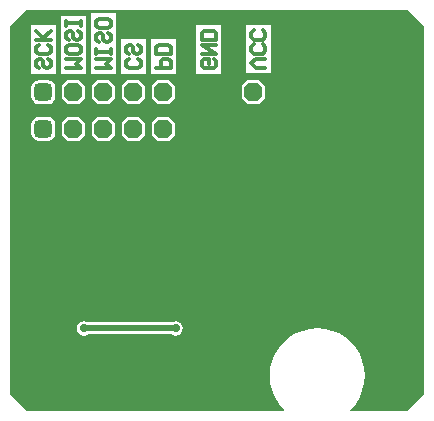
<source format=gbl>
G04*
G04 #@! TF.GenerationSoftware,Altium Limited,Altium Designer,24.3.1 (35)*
G04*
G04 Layer_Physical_Order=2*
G04 Layer_Color=16711680*
%FSLAX25Y25*%
%MOIN*%
G70*
G04*
G04 #@! TF.SameCoordinates,749AA8DA-3F55-4B39-BDDD-BDD76B79CAE6*
G04*
G04*
G04 #@! TF.FilePolarity,Positive*
G04*
G01*
G75*
%ADD10C,0.01181*%
%ADD42C,0.01968*%
G04:AMPARAMS|DCode=48|XSize=59.06mil|YSize=59.06mil|CornerRadius=0mil|HoleSize=0mil|Usage=FLASHONLY|Rotation=0.000|XOffset=0mil|YOffset=0mil|HoleType=Round|Shape=Octagon|*
%AMOCTAGOND48*
4,1,8,0.02953,-0.01476,0.02953,0.01476,0.01476,0.02953,-0.01476,0.02953,-0.02953,0.01476,-0.02953,-0.01476,-0.01476,-0.02953,0.01476,-0.02953,0.02953,-0.01476,0.0*
%
%ADD48OCTAGOND48*%

G04:AMPARAMS|DCode=49|XSize=59.06mil|YSize=59.06mil|CornerRadius=14.76mil|HoleSize=0mil|Usage=FLASHONLY|Rotation=0.000|XOffset=0mil|YOffset=0mil|HoleType=Round|Shape=RoundedRectangle|*
%AMROUNDEDRECTD49*
21,1,0.05906,0.02953,0,0,0.0*
21,1,0.02953,0.05906,0,0,0.0*
1,1,0.02953,0.01476,-0.01476*
1,1,0.02953,-0.01476,-0.01476*
1,1,0.02953,-0.01476,0.01476*
1,1,0.02953,0.01476,0.01476*
%
%ADD49ROUNDEDRECTD49*%
%ADD50C,0.02756*%
G36*
X141698Y132213D02*
Y9519D01*
X136151Y3971D01*
X117505D01*
X117332Y4440D01*
X117480Y4567D01*
X119092Y6454D01*
X120388Y8569D01*
X121338Y10862D01*
X121917Y13274D01*
X122112Y15748D01*
X121917Y18222D01*
X121338Y20634D01*
X120388Y22927D01*
X119092Y25042D01*
X117480Y26929D01*
X115594Y28541D01*
X113478Y29837D01*
X111186Y30787D01*
X108773Y31366D01*
X106299Y31561D01*
X103826Y31366D01*
X101413Y30787D01*
X99120Y29837D01*
X97005Y28541D01*
X95118Y26929D01*
X93507Y25042D01*
X92210Y22927D01*
X91261Y20634D01*
X90681Y18222D01*
X90487Y15748D01*
X90681Y13274D01*
X91261Y10862D01*
X92210Y8569D01*
X93507Y6454D01*
X95118Y4567D01*
X95267Y4440D01*
X95094Y3971D01*
X9519D01*
X3971Y9519D01*
X3971Y132213D01*
X9519Y137761D01*
X136151D01*
X141698Y132213D01*
D02*
G37*
%LPC*%
G36*
X90757Y132683D02*
X82472D01*
Y116526D01*
X90757D01*
Y132683D01*
D02*
G37*
G36*
X74300Y132556D02*
X66015D01*
Y116400D01*
X74300D01*
Y132556D01*
D02*
G37*
G36*
X59143Y127834D02*
X50858D01*
Y116400D01*
X59143D01*
Y127834D01*
D02*
G37*
G36*
X49143D02*
X40857D01*
Y116400D01*
X49143D01*
Y127834D01*
D02*
G37*
G36*
X39143Y136492D02*
X30858D01*
Y116400D01*
X39143D01*
Y136492D01*
D02*
G37*
G36*
X29142Y135705D02*
X20857D01*
Y116400D01*
X29142D01*
Y135705D01*
D02*
G37*
G36*
X19142Y132556D02*
X10858D01*
Y116400D01*
X19142D01*
Y132556D01*
D02*
G37*
G36*
X86976Y114189D02*
X83024D01*
X81047Y112213D01*
Y108260D01*
X83024Y106283D01*
X86976D01*
X88953Y108260D01*
Y112213D01*
X86976Y114189D01*
D02*
G37*
G36*
X56976D02*
X53024D01*
X51047Y112213D01*
Y108260D01*
X53024Y106283D01*
X56976D01*
X58953Y108260D01*
Y112213D01*
X56976Y114189D01*
D02*
G37*
G36*
X46976D02*
X43024D01*
X41047Y112213D01*
Y108260D01*
X43024Y106283D01*
X46976D01*
X48953Y108260D01*
Y112213D01*
X46976Y114189D01*
D02*
G37*
G36*
X36976D02*
X33024D01*
X31047Y112213D01*
Y108260D01*
X33024Y106283D01*
X36976D01*
X38953Y108260D01*
Y112213D01*
X36976Y114189D01*
D02*
G37*
G36*
X26976D02*
X23024D01*
X21047Y112213D01*
Y108260D01*
X23024Y106283D01*
X26976D01*
X28953Y108260D01*
Y112213D01*
X26976Y114189D01*
D02*
G37*
G36*
X16476Y114237D02*
X13524D01*
X12557Y114045D01*
X11738Y113498D01*
X11191Y112679D01*
X10999Y111713D01*
Y108760D01*
X11191Y107794D01*
X11738Y106974D01*
X12557Y106427D01*
X13524Y106235D01*
X16476D01*
X17443Y106427D01*
X18262Y106974D01*
X18809Y107794D01*
X19001Y108760D01*
Y111713D01*
X18809Y112679D01*
X18262Y113498D01*
X17443Y114045D01*
X16476Y114237D01*
D02*
G37*
G36*
X56976Y101953D02*
X53024D01*
X51047Y99976D01*
Y96024D01*
X53024Y94047D01*
X56976D01*
X58953Y96024D01*
Y99976D01*
X56976Y101953D01*
D02*
G37*
G36*
X46976D02*
X43024D01*
X41047Y99976D01*
Y96024D01*
X43024Y94047D01*
X46976D01*
X48953Y96024D01*
Y99976D01*
X46976Y101953D01*
D02*
G37*
G36*
X36976D02*
X33024D01*
X31047Y99976D01*
Y96024D01*
X33024Y94047D01*
X36976D01*
X38953Y96024D01*
Y99976D01*
X36976Y101953D01*
D02*
G37*
G36*
X26976D02*
X23024D01*
X21047Y99976D01*
Y96024D01*
X23024Y94047D01*
X26976D01*
X28953Y96024D01*
Y99976D01*
X26976Y101953D01*
D02*
G37*
G36*
X16476Y102001D02*
X13524D01*
X12557Y101809D01*
X11738Y101262D01*
X11191Y100443D01*
X10999Y99476D01*
Y96524D01*
X11191Y95557D01*
X11738Y94738D01*
X12557Y94191D01*
X13524Y93999D01*
X16476D01*
X17443Y94191D01*
X18262Y94738D01*
X18809Y95557D01*
X19001Y96524D01*
Y99476D01*
X18809Y100443D01*
X18262Y101262D01*
X17443Y101809D01*
X16476Y102001D01*
D02*
G37*
G36*
X59055Y33921D02*
X58127Y33736D01*
X57803Y33519D01*
X29796D01*
X29471Y33736D01*
X28543Y33921D01*
X27615Y33736D01*
X26829Y33211D01*
X26303Y32424D01*
X26119Y31496D01*
X26303Y30568D01*
X26829Y29782D01*
X27615Y29256D01*
X28543Y29072D01*
X29471Y29256D01*
X29796Y29473D01*
X57803D01*
X58127Y29256D01*
X59055Y29072D01*
X59983Y29256D01*
X60769Y29782D01*
X61295Y30568D01*
X61480Y31496D01*
X61295Y32424D01*
X60769Y33211D01*
X59983Y33736D01*
X59055Y33921D01*
D02*
G37*
%LPD*%
D10*
X16574Y121330D02*
X17361Y120543D01*
Y118968D01*
X16574Y118181D01*
X15787D01*
X15000Y118968D01*
Y120543D01*
X14213Y121330D01*
X13426D01*
X12639Y120543D01*
Y118968D01*
X13426Y118181D01*
X16574Y126053D02*
X17361Y125265D01*
Y123691D01*
X16574Y122904D01*
X13426D01*
X12639Y123691D01*
Y125265D01*
X13426Y126053D01*
X17361Y127627D02*
X12639D01*
X14213D01*
X17361Y130775D01*
X15000Y128414D01*
X12639Y130775D01*
X22639Y118181D02*
X27361D01*
X25787Y119755D01*
X27361Y121330D01*
X22639D01*
X27361Y125265D02*
Y123691D01*
X26574Y122904D01*
X23426D01*
X22639Y123691D01*
Y125265D01*
X23426Y126053D01*
X26574D01*
X27361Y125265D01*
X26574Y130775D02*
X27361Y129988D01*
Y128414D01*
X26574Y127627D01*
X25787D01*
X25000Y128414D01*
Y129988D01*
X24213Y130775D01*
X23426D01*
X22639Y129988D01*
Y128414D01*
X23426Y127627D01*
X27361Y132350D02*
Y133924D01*
Y133137D01*
X22639D01*
Y132350D01*
Y133924D01*
X32639Y118181D02*
X37361D01*
X35787Y119755D01*
X37361Y121330D01*
X32639D01*
X37361Y122904D02*
Y124478D01*
Y123691D01*
X32639D01*
Y122904D01*
Y124478D01*
X36574Y129988D02*
X37361Y129201D01*
Y127627D01*
X36574Y126840D01*
X35787D01*
X35000Y127627D01*
Y129201D01*
X34213Y129988D01*
X33426D01*
X32639Y129201D01*
Y127627D01*
X33426Y126840D01*
X37361Y133924D02*
Y132350D01*
X36574Y131563D01*
X33426D01*
X32639Y132350D01*
Y133924D01*
X33426Y134711D01*
X36574D01*
X37361Y133924D01*
X46574Y121330D02*
X47361Y120543D01*
Y118968D01*
X46574Y118181D01*
X43426D01*
X42639Y118968D01*
Y120543D01*
X43426Y121330D01*
X46574Y126053D02*
X47361Y125265D01*
Y123691D01*
X46574Y122904D01*
X45787D01*
X45000Y123691D01*
Y125265D01*
X44213Y126053D01*
X43426D01*
X42639Y125265D01*
Y123691D01*
X43426Y122904D01*
X52639Y118181D02*
X57361D01*
Y120543D01*
X56574Y121330D01*
X55000D01*
X54213Y120543D01*
Y118181D01*
X57361Y122904D02*
X52639D01*
Y125265D01*
X53426Y126053D01*
X56574D01*
X57361Y125265D01*
Y122904D01*
X88976Y118307D02*
X85827D01*
X84253Y119881D01*
X85827Y121456D01*
X88976D01*
X88188Y126179D02*
X88976Y125391D01*
Y123817D01*
X88188Y123030D01*
X85040D01*
X84253Y123817D01*
Y125391D01*
X85040Y126179D01*
X88188Y130901D02*
X88976Y130114D01*
Y128540D01*
X88188Y127753D01*
X85040D01*
X84253Y128540D01*
Y130114D01*
X85040Y130901D01*
X71732Y121330D02*
X72519Y120543D01*
Y118968D01*
X71732Y118181D01*
X68583D01*
X67796Y118968D01*
Y120543D01*
X68583Y121330D01*
X70157D01*
Y119755D01*
X67796Y122904D02*
X72519D01*
X67796Y126053D01*
X72519D01*
Y127627D02*
X67796D01*
Y129988D01*
X68583Y130775D01*
X71732D01*
X72519Y129988D01*
Y127627D01*
D42*
X28543Y31496D02*
X59055D01*
D48*
X65000Y110236D02*
D03*
X25000D02*
D03*
X35000D02*
D03*
X45000D02*
D03*
X55000D02*
D03*
X75000D02*
D03*
X85000D02*
D03*
X75000Y98000D02*
D03*
X55000D02*
D03*
X45000D02*
D03*
X35000D02*
D03*
X25000D02*
D03*
X65000D02*
D03*
D49*
X15000Y110236D02*
D03*
Y98000D02*
D03*
D50*
X59055Y31496D02*
D03*
X28543D02*
D03*
X133858Y68504D02*
D03*
X112205Y103347D02*
D03*
X104331Y87598D02*
D03*
X31378Y70000D02*
D03*
X70378D02*
D03*
X19378Y72000D02*
D03*
X133858Y65847D02*
D03*
X83661Y30512D02*
D03*
X31378Y57000D02*
D03*
X59378Y72000D02*
D03*
X40378Y84000D02*
D03*
X13780Y31496D02*
D03*
X22378Y45000D02*
D03*
X16378Y84000D02*
D03*
X24378D02*
D03*
X47000Y54000D02*
D03*
X46378Y45000D02*
D03*
X33878Y20000D02*
D03*
X66378D02*
D03*
M02*

</source>
